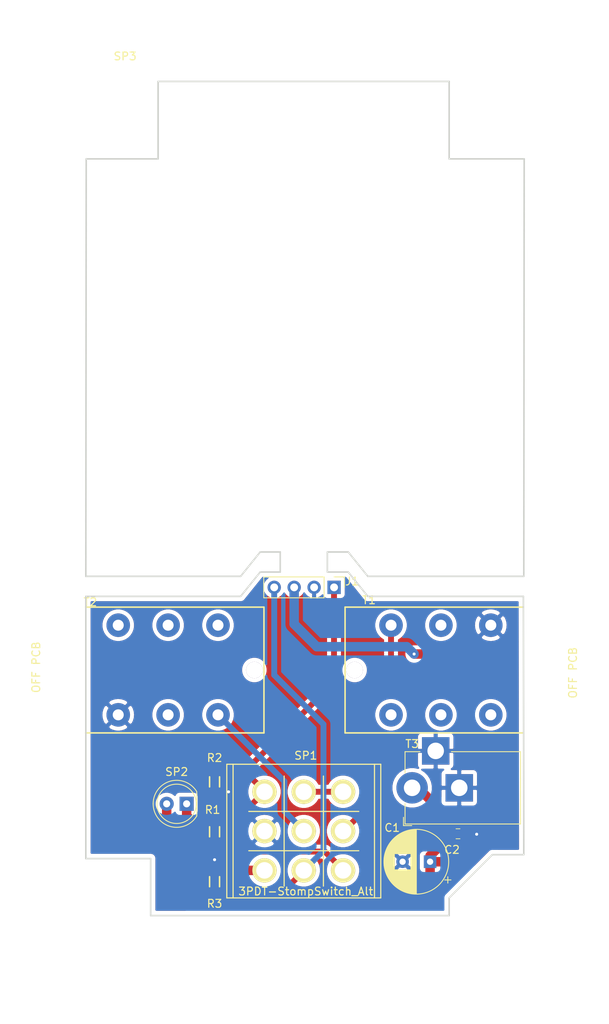
<source format=kicad_pcb>
(kicad_pcb (version 20171130) (host pcbnew "(5.1.2)-1")
  (layers (0 F.Cu signal) (31 B.Cu signal) (34 B.Paste user) (35 F.Paste user) (36 B.SilkS user) (37 F.SilkS user) (38 B.Mask user) (39 F.Mask user) (44 Edge.Cuts user))
  (net 0 "")
  (net 1 GND)
  (net 2 +9V)
  (net 3 "Net-(R1-Pad2)")
  (net 4 "Net-(R1-Pad1)")
  (net 5 "Net-(T1-Pad5)")
  (net 6 "Net-(T1-Pad3)")
  (net 7 "Net-(T1-Pad2)")
  (net 8 "Net-(T1-Pad1)")
  (net 9 "Net-(T2-Pad5)")
  (net 10 "Net-(T2-Pad3)")
  (net 11 "Net-(T2-Pad2)")
  (net 12 "Net-(T2-Pad1)")
  (net 13 /OUT)
  (net 14 /IN)
  (net 15 /Pedal_IN)
  (net 16 /Pedal_OUT)
  (net 17 /BYPASS)
  (module AVR-KiCAD-Lib-Special:1590B (layer F.Cu) (at 100.05 161)
    (fp_text reference SP3 (at 2.7 -108.05) (layer F.SilkS))
    (fp_text value Hammond_1590B)
  )
  (module AVR-KiCAD-Lib-Connectors:ACJS-MHDR (layer F.Cu) (at 142.95 131.014)
    (fp_text reference T1 (at -9.144 -8.89) (layer F.SilkS))
    (fp_text value ACJS-MHDR)
    (fp_text user "OFF PCB" (at 16.8 0.35 90) (layer F.SilkS))
    (fp_line (start -12.2 8) (end -12.2 -8) (layer F.SilkS) (width 0.2))
    (fp_line (start -12.2 8) (end 10.5 8) (layer F.SilkS) (width 0.2))
    (fp_line (start -12.2 -8) (end 10.5 -8) (layer F.SilkS) (width 0.2))
    (pad 7 thru_hole circle (at -10.98 0) (size 2.1 2.1) (drill 2.1) (layers *.Cu *.Mask))
    (pad 6 thru_hole circle (at -6.35 -5.7) (size 3 3) (drill 1.4) (layers *.Cu *.Mask) (net 15 /Pedal_IN))
    (pad 5 thru_hole circle (at 0 -5.7) (size 3 3) (drill 1.4) (layers *.Cu *.Mask) (net 5 "Net-(T1-Pad5)"))
    (pad 4 thru_hole circle (at 6.35 -5.7) (size 3 3) (drill 1.4) (layers *.Cu *.Mask) (net 1 GND))
    (pad 3 thru_hole circle (at -6.35 5.7) (size 3 3) (drill 1.4) (layers *.Cu *.Mask) (net 6 "Net-(T1-Pad3)"))
    (pad 2 thru_hole circle (at 0 5.7) (size 3 3) (drill 1.4) (layers *.Cu *.Mask) (net 7 "Net-(T1-Pad2)"))
    (pad 1 thru_hole circle (at 6.35 5.7) (size 3 3) (drill 1.4) (layers *.Cu *.Mask) (net 8 "Net-(T1-Pad1)"))
  )
  (module AVR-KiCAD-Lib-Connectors:BarrelJack_Horizontal (layer F.Cu) (at 139.284 146 180)
    (fp_text reference T3 (at 0 5.588 180) (layer F.SilkS))
    (fp_text value 54-00129)
    (fp_line (start 1.1 -3.75) (end 1.1 -4.8) (layer F.SilkS) (width 0.12))
    (fp_line (start 0.05 -4.8) (end 1.1 -4.8) (layer F.SilkS) (width 0.12))
    (fp_line (start -5 4.6) (end -13.8 4.6) (layer F.SilkS) (width 0.12))
    (fp_line (start -13.8 4.6) (end -13.8 -4.6) (layer F.SilkS) (width 0.12))
    (fp_line (start 0.9 1.9) (end 0.9 4.6) (layer F.SilkS) (width 0.12))
    (fp_line (start 0.9 4.6) (end -1 4.6) (layer F.SilkS) (width 0.12))
    (fp_line (start -13.8 -4.6) (end 0.9 -4.6) (layer F.SilkS) (width 0.12))
    (fp_line (start 0.9 -4.6) (end 0.9 -2) (layer F.SilkS) (width 0.12))
    (pad 1 thru_hole circle (at 0 0 180) (size 4 4) (drill 2.1) (layers *.Cu *.Mask) (net 2 +9V))
    (pad 2 thru_hole rect (at -6 0 180) (size 3.5 3.5) (drill 2.1) (layers *.Cu *.Mask) (net 1 GND))
    (pad 3 thru_hole rect (at -3 4.7 180) (size 3.5 3.5) (drill 2.1) (layers *.Cu *.Mask) (net 1 GND))
  )
  (module AVR-KiCAD-Lib-Capacitors:CP_Radial_D8.0mm_P3.50mm (layer F.Cu) (at 141.57 155.398 180)
    (fp_text reference C1 (at 4.826 4.318 180) (layer F.SilkS))
    (fp_text value UFW1H101MPD hide)
    (fp_circle (center 1.75 0) (end 5.87 0) (layer F.SilkS) (width 0.12))
    (fp_line (start 1.75 -4.08) (end 1.75 4.08) (layer F.SilkS) (width 0.12))
    (fp_line (start 1.79 -4.08) (end 1.79 4.08) (layer F.SilkS) (width 0.12))
    (fp_line (start 1.83 -4.08) (end 1.83 4.08) (layer F.SilkS) (width 0.12))
    (fp_line (start 1.87 -4.079) (end 1.87 4.079) (layer F.SilkS) (width 0.12))
    (fp_line (start 1.91 -4.077) (end 1.91 4.077) (layer F.SilkS) (width 0.12))
    (fp_line (start 1.95 -4.076) (end 1.95 4.076) (layer F.SilkS) (width 0.12))
    (fp_line (start 1.99 -4.074) (end 1.99 4.074) (layer F.SilkS) (width 0.12))
    (fp_line (start 2.03 -4.071) (end 2.03 4.071) (layer F.SilkS) (width 0.12))
    (fp_line (start 2.07 -4.068) (end 2.07 4.068) (layer F.SilkS) (width 0.12))
    (fp_line (start 2.11 -4.065) (end 2.11 4.065) (layer F.SilkS) (width 0.12))
    (fp_line (start 2.15 -4.061) (end 2.15 4.061) (layer F.SilkS) (width 0.12))
    (fp_line (start 2.19 -4.057) (end 2.19 4.057) (layer F.SilkS) (width 0.12))
    (fp_line (start 2.23 -4.052) (end 2.23 4.052) (layer F.SilkS) (width 0.12))
    (fp_line (start 2.27 -4.048) (end 2.27 4.048) (layer F.SilkS) (width 0.12))
    (fp_line (start 2.31 -4.042) (end 2.31 4.042) (layer F.SilkS) (width 0.12))
    (fp_line (start 2.35 -4.037) (end 2.35 4.037) (layer F.SilkS) (width 0.12))
    (fp_line (start 2.39 -4.03) (end 2.39 4.03) (layer F.SilkS) (width 0.12))
    (fp_line (start 2.43 -4.024) (end 2.43 4.024) (layer F.SilkS) (width 0.12))
    (fp_line (start 2.471 -4.017) (end 2.471 -1.04) (layer F.SilkS) (width 0.12))
    (fp_line (start 2.471 1.04) (end 2.471 4.017) (layer F.SilkS) (width 0.12))
    (fp_line (start 2.511 -4.01) (end 2.511 -1.04) (layer F.SilkS) (width 0.12))
    (fp_line (start 2.511 1.04) (end 2.511 4.01) (layer F.SilkS) (width 0.12))
    (fp_line (start 2.551 -4.002) (end 2.551 -1.04) (layer F.SilkS) (width 0.12))
    (fp_line (start 2.551 1.04) (end 2.551 4.002) (layer F.SilkS) (width 0.12))
    (fp_line (start 2.591 -3.994) (end 2.591 -1.04) (layer F.SilkS) (width 0.12))
    (fp_line (start 2.591 1.04) (end 2.591 3.994) (layer F.SilkS) (width 0.12))
    (fp_line (start 2.631 -3.985) (end 2.631 -1.04) (layer F.SilkS) (width 0.12))
    (fp_line (start 2.631 1.04) (end 2.631 3.985) (layer F.SilkS) (width 0.12))
    (fp_line (start 2.671 -3.976) (end 2.671 -1.04) (layer F.SilkS) (width 0.12))
    (fp_line (start 2.671 1.04) (end 2.671 3.976) (layer F.SilkS) (width 0.12))
    (fp_line (start 2.711 -3.967) (end 2.711 -1.04) (layer F.SilkS) (width 0.12))
    (fp_line (start 2.711 1.04) (end 2.711 3.967) (layer F.SilkS) (width 0.12))
    (fp_line (start 2.751 -3.957) (end 2.751 -1.04) (layer F.SilkS) (width 0.12))
    (fp_line (start 2.751 1.04) (end 2.751 3.957) (layer F.SilkS) (width 0.12))
    (fp_line (start 2.791 -3.947) (end 2.791 -1.04) (layer F.SilkS) (width 0.12))
    (fp_line (start 2.791 1.04) (end 2.791 3.947) (layer F.SilkS) (width 0.12))
    (fp_line (start 2.831 -3.936) (end 2.831 -1.04) (layer F.SilkS) (width 0.12))
    (fp_line (start 2.831 1.04) (end 2.831 3.936) (layer F.SilkS) (width 0.12))
    (fp_line (start 2.871 -3.925) (end 2.871 -1.04) (layer F.SilkS) (width 0.12))
    (fp_line (start 2.871 1.04) (end 2.871 3.925) (layer F.SilkS) (width 0.12))
    (fp_line (start 2.911 -3.914) (end 2.911 -1.04) (layer F.SilkS) (width 0.12))
    (fp_line (start 2.911 1.04) (end 2.911 3.914) (layer F.SilkS) (width 0.12))
    (fp_line (start 2.951 -3.902) (end 2.951 -1.04) (layer F.SilkS) (width 0.12))
    (fp_line (start 2.951 1.04) (end 2.951 3.902) (layer F.SilkS) (width 0.12))
    (fp_line (start 2.991 -3.889) (end 2.991 -1.04) (layer F.SilkS) (width 0.12))
    (fp_line (start 2.991 1.04) (end 2.991 3.889) (layer F.SilkS) (width 0.12))
    (fp_line (start 3.031 -3.877) (end 3.031 -1.04) (layer F.SilkS) (width 0.12))
    (fp_line (start 3.031 1.04) (end 3.031 3.877) (layer F.SilkS) (width 0.12))
    (fp_line (start 3.071 -3.863) (end 3.071 -1.04) (layer F.SilkS) (width 0.12))
    (fp_line (start 3.071 1.04) (end 3.071 3.863) (layer F.SilkS) (width 0.12))
    (fp_line (start 3.111 -3.85) (end 3.111 -1.04) (layer F.SilkS) (width 0.12))
    (fp_line (start 3.111 1.04) (end 3.111 3.85) (layer F.SilkS) (width 0.12))
    (fp_line (start 3.151 -3.835) (end 3.151 -1.04) (layer F.SilkS) (width 0.12))
    (fp_line (start 3.151 1.04) (end 3.151 3.835) (layer F.SilkS) (width 0.12))
    (fp_line (start 3.191 -3.821) (end 3.191 -1.04) (layer F.SilkS) (width 0.12))
    (fp_line (start 3.191 1.04) (end 3.191 3.821) (layer F.SilkS) (width 0.12))
    (fp_line (start 3.231 -3.805) (end 3.231 -1.04) (layer F.SilkS) (width 0.12))
    (fp_line (start 3.231 1.04) (end 3.231 3.805) (layer F.SilkS) (width 0.12))
    (fp_line (start 3.271 -3.79) (end 3.271 -1.04) (layer F.SilkS) (width 0.12))
    (fp_line (start 3.271 1.04) (end 3.271 3.79) (layer F.SilkS) (width 0.12))
    (fp_line (start 3.311 -3.774) (end 3.311 -1.04) (layer F.SilkS) (width 0.12))
    (fp_line (start 3.311 1.04) (end 3.311 3.774) (layer F.SilkS) (width 0.12))
    (fp_line (start 3.351 -3.757) (end 3.351 -1.04) (layer F.SilkS) (width 0.12))
    (fp_line (start 3.351 1.04) (end 3.351 3.757) (layer F.SilkS) (width 0.12))
    (fp_line (start 3.391 -3.74) (end 3.391 -1.04) (layer F.SilkS) (width 0.12))
    (fp_line (start 3.391 1.04) (end 3.391 3.74) (layer F.SilkS) (width 0.12))
    (fp_line (start 3.431 -3.722) (end 3.431 -1.04) (layer F.SilkS) (width 0.12))
    (fp_line (start 3.431 1.04) (end 3.431 3.722) (layer F.SilkS) (width 0.12))
    (fp_line (start 3.471 -3.704) (end 3.471 -1.04) (layer F.SilkS) (width 0.12))
    (fp_line (start 3.471 1.04) (end 3.471 3.704) (layer F.SilkS) (width 0.12))
    (fp_line (start 3.511 -3.686) (end 3.511 -1.04) (layer F.SilkS) (width 0.12))
    (fp_line (start 3.511 1.04) (end 3.511 3.686) (layer F.SilkS) (width 0.12))
    (fp_line (start 3.551 -3.666) (end 3.551 -1.04) (layer F.SilkS) (width 0.12))
    (fp_line (start 3.551 1.04) (end 3.551 3.666) (layer F.SilkS) (width 0.12))
    (fp_line (start 3.591 -3.647) (end 3.591 -1.04) (layer F.SilkS) (width 0.12))
    (fp_line (start 3.591 1.04) (end 3.591 3.647) (layer F.SilkS) (width 0.12))
    (fp_line (start 3.631 -3.627) (end 3.631 -1.04) (layer F.SilkS) (width 0.12))
    (fp_line (start 3.631 1.04) (end 3.631 3.627) (layer F.SilkS) (width 0.12))
    (fp_line (start 3.671 -3.606) (end 3.671 -1.04) (layer F.SilkS) (width 0.12))
    (fp_line (start 3.671 1.04) (end 3.671 3.606) (layer F.SilkS) (width 0.12))
    (fp_line (start 3.711 -3.584) (end 3.711 -1.04) (layer F.SilkS) (width 0.12))
    (fp_line (start 3.711 1.04) (end 3.711 3.584) (layer F.SilkS) (width 0.12))
    (fp_line (start 3.751 -3.562) (end 3.751 -1.04) (layer F.SilkS) (width 0.12))
    (fp_line (start 3.751 1.04) (end 3.751 3.562) (layer F.SilkS) (width 0.12))
    (fp_line (start 3.791 -3.54) (end 3.791 -1.04) (layer F.SilkS) (width 0.12))
    (fp_line (start 3.791 1.04) (end 3.791 3.54) (layer F.SilkS) (width 0.12))
    (fp_line (start 3.831 -3.517) (end 3.831 -1.04) (layer F.SilkS) (width 0.12))
    (fp_line (start 3.831 1.04) (end 3.831 3.517) (layer F.SilkS) (width 0.12))
    (fp_line (start 3.871 -3.493) (end 3.871 -1.04) (layer F.SilkS) (width 0.12))
    (fp_line (start 3.871 1.04) (end 3.871 3.493) (layer F.SilkS) (width 0.12))
    (fp_line (start 3.911 -3.469) (end 3.911 -1.04) (layer F.SilkS) (width 0.12))
    (fp_line (start 3.911 1.04) (end 3.911 3.469) (layer F.SilkS) (width 0.12))
    (fp_line (start 3.951 -3.444) (end 3.951 -1.04) (layer F.SilkS) (width 0.12))
    (fp_line (start 3.951 1.04) (end 3.951 3.444) (layer F.SilkS) (width 0.12))
    (fp_line (start 3.991 -3.418) (end 3.991 -1.04) (layer F.SilkS) (width 0.12))
    (fp_line (start 3.991 1.04) (end 3.991 3.418) (layer F.SilkS) (width 0.12))
    (fp_line (start 4.031 -3.392) (end 4.031 -1.04) (layer F.SilkS) (width 0.12))
    (fp_line (start 4.031 1.04) (end 4.031 3.392) (layer F.SilkS) (width 0.12))
    (fp_line (start 4.071 -3.365) (end 4.071 -1.04) (layer F.SilkS) (width 0.12))
    (fp_line (start 4.071 1.04) (end 4.071 3.365) (layer F.SilkS) (width 0.12))
    (fp_line (start 4.111 -3.338) (end 4.111 -1.04) (layer F.SilkS) (width 0.12))
    (fp_line (start 4.111 1.04) (end 4.111 3.338) (layer F.SilkS) (width 0.12))
    (fp_line (start 4.151 -3.309) (end 4.151 -1.04) (layer F.SilkS) (width 0.12))
    (fp_line (start 4.151 1.04) (end 4.151 3.309) (layer F.SilkS) (width 0.12))
    (fp_line (start 4.191 -3.28) (end 4.191 -1.04) (layer F.SilkS) (width 0.12))
    (fp_line (start 4.191 1.04) (end 4.191 3.28) (layer F.SilkS) (width 0.12))
    (fp_line (start 4.231 -3.25) (end 4.231 -1.04) (layer F.SilkS) (width 0.12))
    (fp_line (start 4.231 1.04) (end 4.231 3.25) (layer F.SilkS) (width 0.12))
    (fp_line (start 4.271 -3.22) (end 4.271 -1.04) (layer F.SilkS) (width 0.12))
    (fp_line (start 4.271 1.04) (end 4.271 3.22) (layer F.SilkS) (width 0.12))
    (fp_line (start 4.311 -3.189) (end 4.311 -1.04) (layer F.SilkS) (width 0.12))
    (fp_line (start 4.311 1.04) (end 4.311 3.189) (layer F.SilkS) (width 0.12))
    (fp_line (start 4.351 -3.156) (end 4.351 -1.04) (layer F.SilkS) (width 0.12))
    (fp_line (start 4.351 1.04) (end 4.351 3.156) (layer F.SilkS) (width 0.12))
    (fp_line (start 4.391 -3.124) (end 4.391 -1.04) (layer F.SilkS) (width 0.12))
    (fp_line (start 4.391 1.04) (end 4.391 3.124) (layer F.SilkS) (width 0.12))
    (fp_line (start 4.431 -3.09) (end 4.431 -1.04) (layer F.SilkS) (width 0.12))
    (fp_line (start 4.431 1.04) (end 4.431 3.09) (layer F.SilkS) (width 0.12))
    (fp_line (start 4.471 -3.055) (end 4.471 -1.04) (layer F.SilkS) (width 0.12))
    (fp_line (start 4.471 1.04) (end 4.471 3.055) (layer F.SilkS) (width 0.12))
    (fp_line (start 4.511 -3.019) (end 4.511 -1.04) (layer F.SilkS) (width 0.12))
    (fp_line (start 4.511 1.04) (end 4.511 3.019) (layer F.SilkS) (width 0.12))
    (fp_line (start 4.551 -2.983) (end 4.551 2.983) (layer F.SilkS) (width 0.12))
    (fp_line (start 4.591 -2.945) (end 4.591 2.945) (layer F.SilkS) (width 0.12))
    (fp_line (start 4.631 -2.907) (end 4.631 2.907) (layer F.SilkS) (width 0.12))
    (fp_line (start 4.671 -2.867) (end 4.671 2.867) (layer F.SilkS) (width 0.12))
    (fp_line (start 4.711 -2.826) (end 4.711 2.826) (layer F.SilkS) (width 0.12))
    (fp_line (start 4.751 -2.784) (end 4.751 2.784) (layer F.SilkS) (width 0.12))
    (fp_line (start 4.791 -2.741) (end 4.791 2.741) (layer F.SilkS) (width 0.12))
    (fp_line (start 4.831 -2.697) (end 4.831 2.697) (layer F.SilkS) (width 0.12))
    (fp_line (start 4.871 -2.651) (end 4.871 2.651) (layer F.SilkS) (width 0.12))
    (fp_line (start 4.911 -2.604) (end 4.911 2.604) (layer F.SilkS) (width 0.12))
    (fp_line (start 4.951 -2.556) (end 4.951 2.556) (layer F.SilkS) (width 0.12))
    (fp_line (start 4.991 -2.505) (end 4.991 2.505) (layer F.SilkS) (width 0.12))
    (fp_line (start 5.031 -2.454) (end 5.031 2.454) (layer F.SilkS) (width 0.12))
    (fp_line (start 5.071 -2.4) (end 5.071 2.4) (layer F.SilkS) (width 0.12))
    (fp_line (start 5.111 -2.345) (end 5.111 2.345) (layer F.SilkS) (width 0.12))
    (fp_line (start 5.151 -2.287) (end 5.151 2.287) (layer F.SilkS) (width 0.12))
    (fp_line (start 5.191 -2.228) (end 5.191 2.228) (layer F.SilkS) (width 0.12))
    (fp_line (start 5.231 -2.166) (end 5.231 2.166) (layer F.SilkS) (width 0.12))
    (fp_line (start 5.271 -2.102) (end 5.271 2.102) (layer F.SilkS) (width 0.12))
    (fp_line (start 5.311 -2.034) (end 5.311 2.034) (layer F.SilkS) (width 0.12))
    (fp_line (start 5.351 -1.964) (end 5.351 1.964) (layer F.SilkS) (width 0.12))
    (fp_line (start 5.391 -1.89) (end 5.391 1.89) (layer F.SilkS) (width 0.12))
    (fp_line (start 5.431 -1.813) (end 5.431 1.813) (layer F.SilkS) (width 0.12))
    (fp_line (start 5.471 -1.731) (end 5.471 1.731) (layer F.SilkS) (width 0.12))
    (fp_line (start 5.511 -1.645) (end 5.511 1.645) (layer F.SilkS) (width 0.12))
    (fp_line (start 5.551 -1.552) (end 5.551 1.552) (layer F.SilkS) (width 0.12))
    (fp_line (start 5.591 -1.453) (end 5.591 1.453) (layer F.SilkS) (width 0.12))
    (fp_line (start 5.631 -1.346) (end 5.631 1.346) (layer F.SilkS) (width 0.12))
    (fp_line (start 5.671 -1.229) (end 5.671 1.229) (layer F.SilkS) (width 0.12))
    (fp_line (start 5.711 -1.098) (end 5.711 1.098) (layer F.SilkS) (width 0.12))
    (fp_line (start 5.751 -0.948) (end 5.751 0.948) (layer F.SilkS) (width 0.12))
    (fp_line (start 5.791 -0.768) (end 5.791 0.768) (layer F.SilkS) (width 0.12))
    (fp_line (start 5.831 -0.533) (end 5.831 0.533) (layer F.SilkS) (width 0.12))
    (fp_line (start -2.659698 -2.315) (end -1.859698 -2.315) (layer F.SilkS) (width 0.12))
    (fp_line (start -2.259698 -2.715) (end -2.259698 -1.915) (layer F.SilkS) (width 0.12))
    (pad 1 thru_hole rect (at 0 0 180) (size 1.6 1.6) (drill 0.8) (layers *.Cu *.Mask) (net 2 +9V))
    (pad 2 thru_hole circle (at 3.5 0 180) (size 1.6 1.6) (drill 0.8) (layers *.Cu *.Mask) (net 1 GND))
  )
  (module AVR-KiCAD-Lib-Special:Switches_Stomp_Switch_3PDT (layer F.Cu) (at 125.494107 151.5)
    (fp_text reference SP1 (at 0.254 -9.604) (layer F.SilkS))
    (fp_text value 3PDT-StompSwitch_Alt (at 0.254 7.668) (layer F.SilkS))
    (fp_line (start 7 2.5) (end -7 2.5) (layer F.SilkS) (width 0.15))
    (fp_line (start -7 -2.5) (end 7 -2.5) (layer F.SilkS) (width 0.15))
    (fp_line (start 2.5 7) (end 2.5 -7) (layer F.SilkS) (width 0.15))
    (fp_line (start -2.5 -7) (end -2.5 7) (layer F.SilkS) (width 0.15))
    (fp_line (start -9 8.5) (end -9.8 8.5) (layer F.SilkS) (width 0.15))
    (fp_line (start -9.8 8.5) (end -9.8 -8.5) (layer F.SilkS) (width 0.15))
    (fp_line (start -9.8 -8.5) (end -9 -8.5) (layer F.SilkS) (width 0.15))
    (fp_line (start 9.8 8.5) (end 9 8.5) (layer F.SilkS) (width 0.15))
    (fp_line (start 9.8 8.5) (end 9.8 -8.5) (layer F.SilkS) (width 0.15))
    (fp_line (start 9.8 -8.5) (end 9 -8.5) (layer F.SilkS) (width 0.15))
    (fp_line (start -9 8.5) (end -9 -8.5) (layer F.SilkS) (width 0.15))
    (fp_line (start -9 -8.5) (end 9 -8.5) (layer F.SilkS) (width 0.15))
    (fp_line (start 9 -8.5) (end 9 0) (layer F.SilkS) (width 0.15))
    (fp_line (start -9 8.5) (end 9 8.5) (layer F.SilkS) (width 0.15))
    (fp_line (start 9 8.5) (end 9 0) (layer F.SilkS) (width 0.15))
    (pad 4 thru_hole circle (at 5 0) (size 3.1 3.1) (drill 2.1) (layers *.Cu *.Mask F.SilkS) (net 15 /Pedal_IN))
    (pad 5 thru_hole circle (at 0 0) (size 3.1 3.1) (drill 2.1) (layers *.Cu *.Mask F.SilkS) (net 16 /Pedal_OUT))
    (pad 6 thru_hole circle (at -5 0) (size 3.1 3.1) (drill 2.1) (layers *.Cu *.Mask F.SilkS) (net 1 GND))
    (pad 3 thru_hole circle (at -5 -5) (size 3.1 3.1) (drill 2.1) (layers *.Cu *.Mask F.SilkS) (net 14 /IN))
    (pad 9 thru_hole circle (at -5 5) (size 3.1 3.1) (drill 2.1) (layers *.Cu *.Mask F.SilkS) (net 4 "Net-(R1-Pad1)"))
    (pad 7 thru_hole circle (at 5 5) (size 3.1 3.1) (drill 2.1) (layers *.Cu *.Mask F.SilkS) (net 14 /IN))
    (pad 1 thru_hole circle (at 5 -5) (size 3.1 3.1) (drill 2.1) (layers *.Cu *.Mask F.SilkS) (net 17 /BYPASS))
    (pad 2 thru_hole circle (at 0 -5) (size 3.1 3.1) (drill 2.1) (layers *.Cu *.Mask F.SilkS) (net 17 /BYPASS))
    (pad 8 thru_hole circle (at 0 5) (size 3.1 3.1) (drill 2.1) (layers *.Cu *.Mask F.SilkS) (net 13 /OUT))
  )
  (module AVR-KiCAD-Lib-Connectors:ACJS-MHDR (layer F.Cu) (at 108.225 131.014 180)
    (fp_text reference T2 (at 9.906 8.636 180) (layer F.SilkS))
    (fp_text value ACJS-MHDR)
    (fp_text user "OFF PCB" (at 16.8 0.35 270) (layer F.SilkS))
    (fp_line (start -12.2 8) (end -12.2 -8) (layer F.SilkS) (width 0.2))
    (fp_line (start -12.2 8) (end 10.5 8) (layer F.SilkS) (width 0.2))
    (fp_line (start -12.2 -8) (end 10.5 -8) (layer F.SilkS) (width 0.2))
    (pad 7 thru_hole circle (at -10.98 0 180) (size 2.1 2.1) (drill 2.1) (layers *.Cu *.Mask))
    (pad 6 thru_hole circle (at -6.35 -5.7 180) (size 3 3) (drill 1.4) (layers *.Cu *.Mask) (net 16 /Pedal_OUT))
    (pad 5 thru_hole circle (at 0 -5.7 180) (size 3 3) (drill 1.4) (layers *.Cu *.Mask) (net 9 "Net-(T2-Pad5)"))
    (pad 4 thru_hole circle (at 6.35 -5.7 180) (size 3 3) (drill 1.4) (layers *.Cu *.Mask) (net 1 GND))
    (pad 3 thru_hole circle (at -6.35 5.7 180) (size 3 3) (drill 1.4) (layers *.Cu *.Mask) (net 10 "Net-(T2-Pad3)"))
    (pad 2 thru_hole circle (at 0 5.7 180) (size 3 3) (drill 1.4) (layers *.Cu *.Mask) (net 11 "Net-(T2-Pad2)"))
    (pad 1 thru_hole circle (at 6.35 5.7 180) (size 3 3) (drill 1.4) (layers *.Cu *.Mask) (net 12 "Net-(T2-Pad1)"))
  )
  (module AVR-KiCAD-Lib-Capacitors:C0805 (layer F.Cu) (at 145.126 151.842)
    (fp_text reference C2 (at -0.762 2.032 180) (layer F.SilkS))
    (fp_text value CL21B104KCFNNNE hide)
    (fp_line (start -0.254 -0.635) (end 0.254 -0.635) (layer F.SilkS) (width 0.1))
    (fp_line (start -0.254 0.635) (end 0.254 0.635) (layer F.SilkS) (width 0.1))
    (pad 1 smd roundrect (at -0.95 0) (size 1.321 1.524) (layers F.Cu F.Paste F.Mask) (net 2 +9V))
    (pad 2 smd roundrect (at 0.95 0) (size 1.321 1.524) (layers F.Cu F.Paste F.Mask) (net 1 GND))
  )
  (module AVR-KiCAD-Lib-Diodesl:LED_D5.0mm (layer F.Cu) (at 110.582 148.032 180)
    (fp_text reference SP2 (at 1.27 4.064 180) (layer F.SilkS))
    (fp_text value HLMP-4700-C0002 hide)
    (fp_arc (start 1.27 0) (end -1.29 -1.54483) (angle 148.9) (layer F.SilkS) (width 0.12))
    (fp_arc (start 1.27 0) (end -1.29 1.54483) (angle -148.9) (layer F.SilkS) (width 0.12))
    (fp_circle (center 1.27 0) (end 3.77 0) (layer F.SilkS) (width 0.12))
    (fp_line (start -1.29 -1.545) (end -1.29 1.545) (layer F.SilkS) (width 0.12))
    (pad 1 thru_hole rect (at 0 0 180) (size 1.8 1.8) (drill 0.9) (layers *.Cu *.Mask) (net 3 "Net-(R1-Pad2)"))
    (pad 2 thru_hole circle (at 2.54 0 180) (size 1.8 1.8) (drill 0.9) (layers *.Cu *.Mask) (net 2 +9V))
  )
  (module AVR-KiCAD-Lib-Resistors:R1206 (layer F.Cu) (at 114.138 157.938 90)
    (fp_text reference R3 (at -2.794 0) (layer F.SilkS))
    (fp_text value RC1206FR-071ML hide)
    (fp_line (start -0.635 -0.635) (end 0.635 -0.635) (layer F.SilkS) (width 0.2))
    (fp_line (start 0.635 0.635) (end -0.635 0.635) (layer F.SilkS) (width 0.2))
    (pad 2 smd roundrect (at 1.325 0 90) (size 1.1 2) (layers F.Cu F.Paste F.Mask) (net 1 GND))
    (pad 1 smd roundrect (at -1.325 0 90) (size 1.1 2) (layers F.Cu F.Paste F.Mask) (net 13 /OUT))
  )
  (module AVR-KiCAD-Lib-Resistors:R1206 (layer F.Cu) (at 114.138 145.238 270)
    (fp_text reference R2 (at -3.048 0 180) (layer F.SilkS))
    (fp_text value RC1206FR-071ML hide)
    (fp_line (start -0.635 -0.635) (end 0.635 -0.635) (layer F.SilkS) (width 0.2))
    (fp_line (start 0.635 0.635) (end -0.635 0.635) (layer F.SilkS) (width 0.2))
    (pad 2 smd roundrect (at 1.325 0 270) (size 1.1 2) (layers F.Cu F.Paste F.Mask) (net 1 GND))
    (pad 1 smd roundrect (at -1.325 0 270) (size 1.1 2) (layers F.Cu F.Paste F.Mask) (net 14 /IN))
  )
  (module AVR-KiCAD-Lib-Resistors:R1206 (layer F.Cu) (at 114.138 151.588 90)
    (fp_text reference R1 (at 2.794 -0.254) (layer F.SilkS))
    (fp_text value RC1206FR-071KL hide)
    (fp_line (start -0.635 -0.635) (end 0.635 -0.635) (layer F.SilkS) (width 0.2))
    (fp_line (start 0.635 0.635) (end -0.635 0.635) (layer F.SilkS) (width 0.2))
    (pad 2 smd roundrect (at 1.325 0 90) (size 1.1 2) (layers F.Cu F.Paste F.Mask) (net 3 "Net-(R1-Pad2)"))
    (pad 1 smd roundrect (at -1.325 0 90) (size 1.1 2) (layers F.Cu F.Paste F.Mask) (net 4 "Net-(R1-Pad1)"))
  )
  (module Connector_PinHeader_2.54mm:PinHeader_1x04_P2.54mm_Vertical (layer F.Cu) (at 129.35 120.5 270)
    (fp_text reference J1 (at -0.762 -2.286 180) (layer F.SilkS))
    (fp_text value Conn_01x04_Female hide)
    (fp_line (start -1.33 -1.33) (end 0 -1.33) (layer F.SilkS) (width 0.12))
    (fp_line (start -1.33 0) (end -1.33 -1.33) (layer F.SilkS) (width 0.12))
    (fp_line (start -1.33 1.27) (end 1.33 1.27) (layer F.SilkS) (width 0.12))
    (fp_line (start 1.33 1.27) (end 1.33 8.95) (layer F.SilkS) (width 0.12))
    (fp_line (start -1.33 1.27) (end -1.33 8.95) (layer F.SilkS) (width 0.12))
    (fp_line (start -1.33 8.95) (end 1.33 8.95) (layer F.SilkS) (width 0.12))
    (pad 4 thru_hole oval (at 0 7.62 270) (size 1.7 1.7) (drill 1) (layers *.Cu *.Mask) (net 13 /OUT))
    (pad 3 thru_hole oval (at 0 5.08 270) (size 1.7 1.7) (drill 1) (layers *.Cu *.Mask) (net 2 +9V))
    (pad 2 thru_hole oval (at 0 2.54 270) (size 1.7 1.7) (drill 1) (layers *.Cu *.Mask) (net 1 GND))
    (pad 1 thru_hole rect (at 0 0 270) (size 1.7 1.7) (drill 1) (layers *.Cu *.Mask) (net 14 /IN))
  )
  (gr_line (start 153.55 66) (end 153.5 119.1) (layer Edge.Cuts) (width 0.2))
  (gr_line (start 153.55 66) (end 144 66) (layer Edge.Cuts) (width 0.2))
  (gr_line (start 144 66) (end 144 56.15) (layer Edge.Cuts) (width 0.2))
  (gr_line (start 106.95 56.15) (end 144 56.15) (layer Edge.Cuts) (width 0.2))
  (gr_line (start 106.95 66) (end 106.95 56.15) (layer Edge.Cuts) (width 0.2))
  (gr_line (start 97.8 66) (end 106.95 66) (layer Edge.Cuts) (width 0.2))
  (gr_line (start 97.8 66) (end 97.75 119.1) (layer Edge.Cuts) (width 0.2))
  (gr_line (start 122.5 116) (end 119.95 116) (layer Edge.Cuts) (width 0.2))
  (gr_line (start 117.45 119.1) (end 119.95 116) (layer Edge.Cuts) (width 0.2))
  (gr_line (start 117.45 119.1) (end 97.75 119.1) (layer Edge.Cuts) (width 0.2))
  (gr_line (start 153.5 119.1) (end 133.65 119.1) (layer Edge.Cuts) (width 0.2))
  (gr_line (start 131.15 116) (end 133.65 119.1) (layer Edge.Cuts) (width 0.2))
  (gr_line (start 131.15 116) (end 128.5 116) (layer Edge.Cuts) (width 0.2))
  (gr_line (start 128.5 118.55) (end 128.5 116) (layer Edge.Cuts) (width 0.2))
  (gr_line (start 131.15 118.55) (end 128.5 118.55) (layer Edge.Cuts) (width 0.2))
  (gr_line (start 122.5 118.55) (end 122.5 116) (layer Edge.Cuts) (width 0.2))
  (gr_line (start 117.45 121.65) (end 97.75 121.65) (layer Edge.Cuts) (width 0.2))
  (gr_line (start 117.45 121.65) (end 119.95 118.55) (layer Edge.Cuts) (width 0.2))
  (gr_line (start 122.5 118.55) (end 119.95 118.55) (layer Edge.Cuts) (width 0.2))
  (gr_line (start 131.15 118.55) (end 133.65 121.65) (layer Edge.Cuts) (width 0.2))
  (gr_line (start 153.45 121.65) (end 133.65 121.65) (layer Edge.Cuts) (width 0.2))
  (gr_line (start 144 160) (end 149.5 154.5) (layer Edge.Cuts) (width 0.2))
  (gr_line (start 153.5 154.5) (end 153.45 121.65) (layer Edge.Cuts) (width 0.2))
  (gr_line (start 153.5 154.5) (end 149.5 154.5) (layer Edge.Cuts) (width 0.2))
  (gr_line (start 144 162.25) (end 144 160) (layer Edge.Cuts) (width 0.2))
  (gr_line (start 106 162.25) (end 144 162.25) (layer Edge.Cuts) (width 0.2))
  (gr_line (start 97.75 155) (end 97.75 121.65) (layer Edge.Cuts) (width 0.2))
  (gr_line (start 97.75 155) (end 106 155) (layer Edge.Cuts) (width 0.2))
  (gr_line (start 106 162.25) (end 106 155) (layer Edge.Cuts) (width 0.2))
  (via (at 114.138 155.144) (size 1.143) (drill 0.381) (layers F.Cu B.Cu) (net 1))
  (segment (start 114.138 156.613) (end 114.138 155.144) (width 0.75) (layer F.Cu) (net 1))
  (via (at 115.916 146.508) (size 1.143) (drill 0.381) (layers F.Cu B.Cu) (net 1))
  (segment (start 114.193 146.508) (end 114.138 146.563) (width 0.25) (layer F.Cu) (net 1))
  (segment (start 115.916 146.508) (end 114.193 146.508) (width 0.75) (layer F.Cu) (net 1))
  (via (at 147.5 151.9) (size 1.143) (drill 0.381) (layers F.Cu B.Cu) (net 1))
  (segment (start 141.57 154.636) (end 141.57 155.398) (width 1.2) (layer F.Cu) (net 2))
  (segment (start 144.176 151.842) (end 144.176 152.03) (width 1.2) (layer F.Cu) (net 2))
  (segment (start 144.176 152.03) (end 141.57 154.636) (width 1.2) (layer F.Cu) (net 2))
  (segment (start 144.176 150.13) (end 144.176 151.842) (width 1.2) (layer F.Cu) (net 2))
  (segment (start 139.284 146) (end 140.046 146) (width 1.2) (layer F.Cu) (net 2))
  (segment (start 140.046 146) (end 144.176 150.13) (width 1.2) (layer F.Cu) (net 2))
  (segment (start 139.538 128.982) (end 139.538 128.982) (width 1.2) (layer F.Cu) (net 2))
  (via (at 139.538 128.982) (size 1.143) (drill 0.381) (layers F.Cu B.Cu) (net 2))
  (segment (start 108.042 150.592) (end 108.042 148.032) (width 1.2) (layer F.Cu) (net 2))
  (segment (start 141.57 159.23) (end 139.814 160.986) (width 1.2) (layer F.Cu) (net 2))
  (segment (start 141.57 155.398) (end 141.57 159.23) (width 1.2) (layer F.Cu) (net 2))
  (segment (start 139.814 160.986) (end 111.636 160.986) (width 1.2) (layer F.Cu) (net 2))
  (segment (start 111.636 160.986) (end 109.9 159.25) (width 1.2) (layer F.Cu) (net 2))
  (segment (start 109.9 159.25) (end 109.9 152.45) (width 1.2) (layer F.Cu) (net 2))
  (segment (start 109.9 152.45) (end 108.042 150.592) (width 1.2) (layer F.Cu) (net 2))
  (segment (start 124.27 125.17) (end 124.27 120.5) (width 1.2) (layer B.Cu) (net 2))
  (segment (start 127.15 128.05) (end 124.27 125.17) (width 1.2) (layer B.Cu) (net 2))
  (segment (start 139.538 128.982) (end 138.606 128.05) (width 1.2) (layer B.Cu) (net 2))
  (segment (start 138.606 128.05) (end 127.15 128.05) (width 1.2) (layer B.Cu) (net 2))
  (segment (start 141.832 128.982) (end 139.538 128.982) (width 1.2) (layer F.Cu) (net 2))
  (segment (start 146.2 133.35) (end 141.832 128.982) (width 1.2) (layer F.Cu) (net 2))
  (segment (start 141.572 155.4) (end 146.9 155.4) (width 1.2) (layer F.Cu) (net 2))
  (segment (start 141.57 155.398) (end 141.572 155.4) (width 1.2) (layer F.Cu) (net 2))
  (segment (start 146.9 155.4) (end 149.6 152.7) (width 1.2) (layer F.Cu) (net 2))
  (segment (start 149.6 152.7) (end 149.6 142.5) (width 1.2) (layer F.Cu) (net 2))
  (segment (start 149.6 142.5) (end 146.2 139.1) (width 1.2) (layer F.Cu) (net 2))
  (segment (start 146.2 139.1) (end 146.2 133.35) (width 1.2) (layer F.Cu) (net 2))
  (segment (start 114.138 150.263) (end 111.289 150.263) (width 1.2) (layer F.Cu) (net 3))
  (segment (start 110.582 149.556) (end 110.582 148.032) (width 1.2) (layer F.Cu) (net 3))
  (segment (start 111.289 150.263) (end 110.582 149.556) (width 1.2) (layer F.Cu) (net 3))
  (segment (start 114.193 152.858) (end 114.138 152.913) (width 0.25) (layer F.Cu) (net 4))
  (segment (start 114.646 152.858) (end 114.193 152.858) (width 1.2) (layer F.Cu) (net 4))
  (segment (start 120.568 156.5) (end 118.288 156.5) (width 1.2) (layer F.Cu) (net 4))
  (segment (start 118.288 156.5) (end 114.646 152.858) (width 1.2) (layer F.Cu) (net 4))
  (segment (start 114.138 159.263) (end 122.805 159.263) (width 0.75) (layer F.Cu) (net 13))
  (segment (start 122.805 159.263) (end 125.568 156.5) (width 0.75) (layer F.Cu) (net 13))
  (segment (start 121.73 131.64667) (end 121.73 120.5) (width 0.75) (layer B.Cu) (net 13))
  (segment (start 128 137.91667) (end 121.73 131.64667) (width 0.75) (layer B.Cu) (net 13))
  (segment (start 125.494107 156.5) (end 128 153.994107) (width 0.75) (layer B.Cu) (net 13))
  (segment (start 128 153.994107) (end 128 137.91667) (width 0.75) (layer B.Cu) (net 13))
  (segment (start 120.488 146.42) (end 120.568 146.5) (width 0.25) (layer F.Cu) (net 14))
  (segment (start 120.568 147.858) (end 120.568 146.5) (width 0.25) (layer F.Cu) (net 14))
  (segment (start 117.981 143.913) (end 114.138 143.913) (width 0.75) (layer F.Cu) (net 14))
  (segment (start 120.568 146.5) (end 117.981 143.913) (width 0.75) (layer F.Cu) (net 14))
  (segment (start 120.496 146.5) (end 120.568 146.5) (width 0.75) (layer F.Cu) (net 14))
  (segment (start 117.694 149.302) (end 120.496 146.5) (width 0.75) (layer F.Cu) (net 14))
  (segment (start 117.694 152.892707) (end 117.694 149.302) (width 0.75) (layer F.Cu) (net 14))
  (segment (start 118.90851 154.107217) (end 117.694 152.892707) (width 0.75) (layer F.Cu) (net 14))
  (segment (start 130.568 156.5) (end 128.175217 154.107217) (width 0.75) (layer F.Cu) (net 14))
  (segment (start 128.175217 154.107217) (end 118.90851 154.107217) (width 0.75) (layer F.Cu) (net 14))
  (segment (start 129.35 120.5) (end 129.35 121.3) (width 0.75) (layer F.Cu) (net 14))
  (segment (start 129.342 120.508) (end 129.35 120.5) (width 0.75) (layer F.Cu) (net 14))
  (segment (start 117.981 143.913) (end 129.342 132.552) (width 0.75) (layer F.Cu) (net 14))
  (segment (start 129.342 132.552) (end 129.342 120.508) (width 0.75) (layer F.Cu) (net 14))
  (segment (start 133.442 148.626) (end 133.442 136.308) (width 0.75) (layer F.Cu) (net 15))
  (segment (start 130.568 151.5) (end 133.442 148.626) (width 0.75) (layer F.Cu) (net 15))
  (segment (start 133.45 134.95) (end 133.45 136.4) (width 0.75) (layer F.Cu) (net 15))
  (segment (start 136.6 125.314) (end 136.6 131.8) (width 0.75) (layer F.Cu) (net 15))
  (segment (start 136.6 131.8) (end 133.45 134.95) (width 0.75) (layer F.Cu) (net 15))
  (segment (start 123.028 145.167) (end 114.575 136.714) (width 0.75) (layer B.Cu) (net 16))
  (segment (start 125.568 151.5) (end 125.55 151.5) (width 0.75) (layer F.Cu) (net 16))
  (segment (start 123.028 148.978) (end 123.028 145.167) (width 0.75) (layer B.Cu) (net 16))
  (segment (start 125.55 151.5) (end 123.028 148.978) (width 0.75) (layer B.Cu) (net 16))
  (segment (start 127.760031 146.5) (end 130.568 146.5) (width 0.75) (layer F.Cu) (net 17))
  (segment (start 125.568 146.5) (end 127.760031 146.5) (width 0.75) (layer F.Cu) (net 17))
  (zone (net 1) (net_name GND) (layer B.Cu) (connect_pads (clearance 0.508)) (min_thickness 0.254) (fill yes (arc_segments 32) (thermal_gap 0.508) (thermal_bridge_width 0.508))
    (polygon (pts (xy 144 162.25) (xy 106 162.25) (xy 106 155) (xy 97.75 155) (xy 97.75 121.65) (xy 117.45 121.65) (xy 119.95 118.55) (xy 131.15 118.55) (xy 133.65 121.65) (xy 153.45 121.65) (xy 153.5 154.45) (xy 149.55 154.45) (xy 144 160)))
  )
  (zone (net 1) (net_name GND) (layer F.Cu) (connect_pads (clearance 0.508)) (min_thickness 0.254) (fill yes (arc_segments 32) (thermal_gap 0.508) (thermal_bridge_width 0.508))
    (polygon (pts (xy 144 162.25) (xy 106 162.25) (xy 106 155) (xy 97.75 155) (xy 97.75 121.65) (xy 117.45 121.65) (xy 119.95 118.55) (xy 131.15 118.55) (xy 133.65 121.65) (xy 153.45 121.65) (xy 153.5 154.45) (xy 153.5 154.5) (xy 149.5 154.5) (xy 144 160)))
  )
)
</source>
